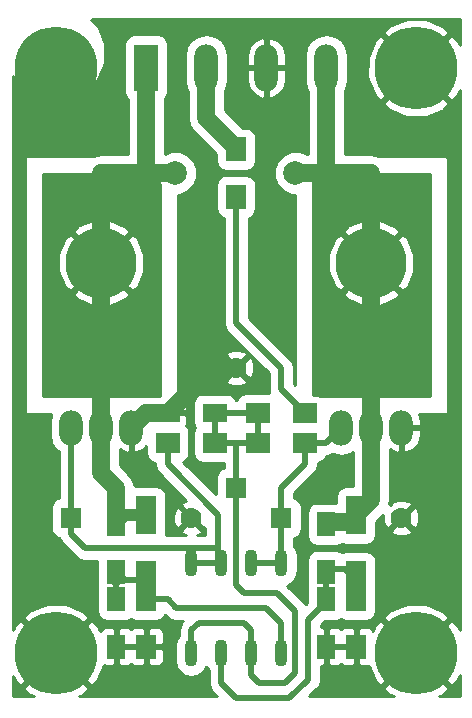
<source format=gbl>
G04 #@! TF.FileFunction,Copper,L2,Bot,Signal*
%FSLAX46Y46*%
G04 Gerber Fmt 4.6, Leading zero omitted, Abs format (unit mm)*
G04 Created by KiCad (PCBNEW 4.0.5+dfsg1-4) date Sun Apr 23 12:29:52 2017*
%MOMM*%
%LPD*%
G01*
G04 APERTURE LIST*
%ADD10C,0.100000*%
%ADD11O,1.100000X2.300000*%
%ADD12C,1.778000*%
%ADD13R,1.778000X1.778000*%
%ADD14R,2.000000X1.600000*%
%ADD15R,1.600000X2.000000*%
%ADD16R,1.700000X2.000000*%
%ADD17R,2.000000X1.700000*%
%ADD18R,1.699260X3.299460*%
%ADD19C,1.998980*%
%ADD20C,7.000000*%
%ADD21R,2.000000X4.000000*%
%ADD22O,2.000000X4.000000*%
%ADD23O,2.000000X3.000000*%
%ADD24C,6.000000*%
%ADD25C,1.500000*%
%ADD26C,0.500000*%
%ADD27C,1.000000*%
%ADD28C,0.254000*%
G04 APERTURE END LIST*
D10*
D11*
X173990000Y-133350000D03*
X176530000Y-133350000D03*
X176530000Y-125730000D03*
X173990000Y-125730000D03*
D12*
X173990000Y-121920000D03*
D13*
X163830000Y-121920000D03*
D12*
X191770000Y-121920000D03*
D13*
X181610000Y-121920000D03*
D11*
X179070000Y-133350000D03*
X181610000Y-133350000D03*
X181610000Y-125730000D03*
X179070000Y-125730000D03*
D14*
X175990000Y-113030000D03*
X171990000Y-113030000D03*
D15*
X167640000Y-126460000D03*
X167640000Y-122460000D03*
X167640000Y-128810000D03*
X167640000Y-132810000D03*
D16*
X170180000Y-128810000D03*
X170180000Y-132810000D03*
D17*
X175990000Y-115570000D03*
X171990000Y-115570000D03*
D18*
X170180000Y-121709180D03*
X170180000Y-127210820D03*
X187960000Y-121709180D03*
X187960000Y-127210820D03*
D15*
X185420000Y-128810000D03*
X185420000Y-132810000D03*
X185420000Y-126460000D03*
X185420000Y-122460000D03*
D16*
X187960000Y-128810000D03*
X187960000Y-132810000D03*
D17*
X183610000Y-113030000D03*
X179610000Y-113030000D03*
X179610000Y-115570000D03*
X183610000Y-115570000D03*
D12*
X177800000Y-109220000D03*
D13*
X177800000Y-119380000D03*
D19*
X182801260Y-92710000D03*
X172641260Y-92710000D03*
D16*
X177800000Y-90710000D03*
X177800000Y-94710000D03*
D20*
X162560000Y-133350000D03*
X193040000Y-133350000D03*
X193040000Y-83820000D03*
X162560000Y-83820000D03*
D21*
X170180000Y-83820000D03*
D22*
X175260000Y-83820000D03*
X180340000Y-83820000D03*
X185420000Y-83820000D03*
D23*
X163830000Y-114300000D03*
X166370000Y-114300000D03*
X168910000Y-114300000D03*
D24*
X166370000Y-100330000D03*
D23*
X186690000Y-114300000D03*
X189230000Y-114300000D03*
X191770000Y-114300000D03*
D24*
X189230000Y-100330000D03*
D25*
X171990000Y-113030000D02*
X175800000Y-109220000D01*
X175800000Y-109220000D02*
X177800000Y-109220000D01*
X168910000Y-114300000D02*
X170180000Y-113030000D01*
X170180000Y-113030000D02*
X171990000Y-113030000D01*
D26*
X172720000Y-129540000D02*
X171990000Y-128810000D01*
X171990000Y-128810000D02*
X170180000Y-128810000D01*
X180340000Y-129540000D02*
X172720000Y-129540000D01*
X181610000Y-133350000D02*
X181610000Y-130810000D01*
X181610000Y-130810000D02*
X180340000Y-129540000D01*
X170180000Y-127210820D02*
X168390820Y-127210820D01*
X170390820Y-127000000D02*
X170180000Y-127210820D01*
X167640000Y-126460000D02*
X167640000Y-128810000D01*
X170180000Y-127210820D02*
X170180000Y-128010920D01*
D27*
X167660500Y-127210800D02*
X167640000Y-127190300D01*
D26*
X168390820Y-127210820D02*
X167640000Y-126460000D01*
D25*
X172641260Y-92710000D02*
X170180000Y-92710000D01*
X170180000Y-92710000D02*
X166370000Y-92710000D01*
X170180000Y-83820000D02*
X170180000Y-92710000D01*
X166370000Y-118110000D02*
X167640000Y-119380000D01*
X167640000Y-119380000D02*
X167640000Y-122460000D01*
X166370000Y-114300000D02*
X166370000Y-118110000D01*
X166370000Y-100330000D02*
X166370000Y-92710000D01*
X166370000Y-114300000D02*
X166370000Y-104140000D01*
X166370000Y-104140000D02*
X166370000Y-100330000D01*
X166448740Y-104218740D02*
X166370000Y-104140000D01*
D27*
X169959500Y-121709200D02*
X170180000Y-121709200D01*
X170180000Y-121709180D02*
X168390820Y-121709180D01*
X168390820Y-121709180D02*
X167640000Y-122460000D01*
D26*
X176530000Y-133350000D02*
X176530000Y-135890000D01*
X176530000Y-135890000D02*
X177800000Y-137160000D01*
X177800000Y-137160000D02*
X182303431Y-137160000D01*
X182303431Y-137160000D02*
X183861716Y-135601716D01*
X183861716Y-135601716D02*
X183869999Y-135609999D01*
X183869999Y-135609999D02*
X183869999Y-130560001D01*
X183869999Y-130560001D02*
X185420000Y-129010000D01*
X185420000Y-129010000D02*
X185420000Y-128810000D01*
X185420000Y-126249200D02*
X185420000Y-128810000D01*
X186998380Y-126249200D02*
X187960000Y-127210820D01*
X187960000Y-126249200D02*
X187960000Y-127000000D01*
X187960000Y-127000000D02*
X187960000Y-128810000D01*
X185420000Y-126249200D02*
X186998380Y-126249200D01*
X187749180Y-127210820D02*
X187960000Y-127000000D01*
X185325000Y-128905000D02*
X185420000Y-128810000D01*
X185252000Y-126417200D02*
X185420000Y-126249200D01*
D25*
X182801260Y-92710000D02*
X185420000Y-92710000D01*
X185420000Y-92710000D02*
X189230000Y-92710000D01*
X185420000Y-83820000D02*
X185420000Y-92710000D01*
X189230000Y-114300000D02*
X189230000Y-120439180D01*
X189230000Y-120439180D02*
X187960000Y-121709180D01*
X189230000Y-100330000D02*
X189230000Y-114300000D01*
X189230000Y-92710000D02*
X189230000Y-100330000D01*
X187960000Y-121709180D02*
X187960000Y-120909080D01*
X187710028Y-122249200D02*
X187960000Y-122249200D01*
X185420000Y-122249200D02*
X187419980Y-122249200D01*
X187419980Y-122249200D02*
X187960000Y-121709180D01*
D26*
X177800000Y-119380000D02*
X177800000Y-127635000D01*
X178435000Y-128270000D02*
X181243098Y-128270000D01*
X179070000Y-135255000D02*
X179070000Y-133350000D01*
X177800000Y-127635000D02*
X178435000Y-128270000D01*
X181243098Y-128270000D02*
X182810010Y-129836912D01*
X179705000Y-135890000D02*
X179070000Y-135255000D01*
X182810010Y-129836912D02*
X182810010Y-135018808D01*
X182810010Y-135018808D02*
X181938818Y-135890000D01*
X181938818Y-135890000D02*
X179705000Y-135890000D01*
X177800000Y-115570000D02*
X177800000Y-119380000D01*
X175990000Y-113030000D02*
X175990000Y-115570000D01*
X177800000Y-115570000D02*
X179610000Y-115570000D01*
X179610000Y-113030000D02*
X179610000Y-115570000D01*
X175990000Y-113030000D02*
X179610000Y-113030000D01*
X179070000Y-131445000D02*
X179070000Y-133350000D01*
X178435000Y-130810000D02*
X179070000Y-131445000D01*
X173990000Y-131445000D02*
X174625000Y-130810000D01*
X174625000Y-130810000D02*
X178435000Y-130810000D01*
X173990000Y-133350000D02*
X173990000Y-131445000D01*
X175990000Y-115570000D02*
X177800000Y-115570000D01*
D25*
X175260000Y-84360000D02*
X175260000Y-88020000D01*
X175260000Y-88020000D02*
X177800000Y-90560000D01*
X177800000Y-90560000D02*
X177800000Y-90710000D01*
D26*
X176260999Y-124860999D02*
X176260999Y-124460000D01*
X176260999Y-124460000D02*
X176260999Y-121650999D01*
X163830000Y-121920000D02*
X163830000Y-123309000D01*
X163830000Y-123309000D02*
X164981000Y-124460000D01*
X164981000Y-124460000D02*
X176260999Y-124460000D01*
X163830000Y-121920000D02*
X163830000Y-114300000D01*
X176530000Y-125730000D02*
X176530000Y-125130000D01*
X176530000Y-125130000D02*
X176260999Y-124860999D01*
X176260999Y-121650999D02*
X171990000Y-117380000D01*
X171990000Y-117380000D02*
X171990000Y-115570000D01*
X163830000Y-114800000D02*
X163830000Y-114300000D01*
X173990000Y-125730000D02*
X176530000Y-125730000D01*
X183610000Y-117380000D02*
X181610000Y-119380000D01*
X181610000Y-119380000D02*
X181610000Y-121920000D01*
X183610000Y-115570000D02*
X183610000Y-117380000D01*
X181610000Y-121920000D02*
X181610000Y-125730000D01*
X183610000Y-115570000D02*
X185420000Y-115570000D01*
X185420000Y-115570000D02*
X186690000Y-114300000D01*
X179070000Y-125730000D02*
X181610000Y-125730000D01*
X177800000Y-94710000D02*
X177800000Y-105410000D01*
X181610000Y-111030000D02*
X183610000Y-113030000D01*
X181610000Y-109220000D02*
X181610000Y-111030000D01*
X177800000Y-105410000D02*
X181610000Y-109220000D01*
D28*
G36*
X171019919Y-93095377D02*
X171222295Y-93583958D01*
X171323000Y-93621174D01*
X171323000Y-111582560D01*
X170990000Y-111582560D01*
X170754683Y-111626838D01*
X170745107Y-111633000D01*
X161417000Y-111633000D01*
X161417000Y-102926630D01*
X163952975Y-102926630D01*
X164295566Y-103401277D01*
X165628800Y-103961342D01*
X167074875Y-103968568D01*
X168413639Y-103421854D01*
X168444434Y-103401277D01*
X168787025Y-102926630D01*
X166370000Y-100509605D01*
X163952975Y-102926630D01*
X161417000Y-102926630D01*
X161417000Y-101034875D01*
X162731432Y-101034875D01*
X163278146Y-102373639D01*
X163298723Y-102404434D01*
X163773370Y-102747025D01*
X166190395Y-100330000D01*
X166549605Y-100330000D01*
X168966630Y-102747025D01*
X169441277Y-102404434D01*
X170001342Y-101071200D01*
X170008568Y-99625125D01*
X169461854Y-98286361D01*
X169441277Y-98255566D01*
X168966630Y-97912975D01*
X166549605Y-100330000D01*
X166190395Y-100330000D01*
X163773370Y-97912975D01*
X163298723Y-98255566D01*
X162738658Y-99588800D01*
X162731432Y-101034875D01*
X161417000Y-101034875D01*
X161417000Y-97733370D01*
X163952975Y-97733370D01*
X166370000Y-100150395D01*
X168787025Y-97733370D01*
X168444434Y-97258723D01*
X167111200Y-96698658D01*
X165665125Y-96691432D01*
X164326361Y-97238146D01*
X164295566Y-97258723D01*
X163952975Y-97733370D01*
X161417000Y-97733370D01*
X161417000Y-92837000D01*
X171010352Y-92837000D01*
X171019919Y-93095377D01*
X171019919Y-93095377D01*
G37*
X171019919Y-93095377D02*
X171222295Y-93583958D01*
X171323000Y-93621174D01*
X171323000Y-111582560D01*
X170990000Y-111582560D01*
X170754683Y-111626838D01*
X170745107Y-111633000D01*
X161417000Y-111633000D01*
X161417000Y-102926630D01*
X163952975Y-102926630D01*
X164295566Y-103401277D01*
X165628800Y-103961342D01*
X167074875Y-103968568D01*
X168413639Y-103421854D01*
X168444434Y-103401277D01*
X168787025Y-102926630D01*
X166370000Y-100509605D01*
X163952975Y-102926630D01*
X161417000Y-102926630D01*
X161417000Y-101034875D01*
X162731432Y-101034875D01*
X163278146Y-102373639D01*
X163298723Y-102404434D01*
X163773370Y-102747025D01*
X166190395Y-100330000D01*
X166549605Y-100330000D01*
X168966630Y-102747025D01*
X169441277Y-102404434D01*
X170001342Y-101071200D01*
X170008568Y-99625125D01*
X169461854Y-98286361D01*
X169441277Y-98255566D01*
X168966630Y-97912975D01*
X166549605Y-100330000D01*
X166190395Y-100330000D01*
X163773370Y-97912975D01*
X163298723Y-98255566D01*
X162738658Y-99588800D01*
X162731432Y-101034875D01*
X161417000Y-101034875D01*
X161417000Y-97733370D01*
X163952975Y-97733370D01*
X166370000Y-100150395D01*
X168787025Y-97733370D01*
X168444434Y-97258723D01*
X167111200Y-96698658D01*
X165665125Y-96691432D01*
X164326361Y-97238146D01*
X164295566Y-97258723D01*
X163952975Y-97733370D01*
X161417000Y-97733370D01*
X161417000Y-92837000D01*
X171010352Y-92837000D01*
X171019919Y-93095377D01*
G36*
X194183000Y-111633000D02*
X184934235Y-111633000D01*
X184861890Y-111583569D01*
X184610000Y-111532560D01*
X184277000Y-111532560D01*
X184277000Y-102926630D01*
X186812975Y-102926630D01*
X187155566Y-103401277D01*
X188488800Y-103961342D01*
X189934875Y-103968568D01*
X191273639Y-103421854D01*
X191304434Y-103401277D01*
X191647025Y-102926630D01*
X189230000Y-100509605D01*
X186812975Y-102926630D01*
X184277000Y-102926630D01*
X184277000Y-101034875D01*
X185591432Y-101034875D01*
X186138146Y-102373639D01*
X186158723Y-102404434D01*
X186633370Y-102747025D01*
X189050395Y-100330000D01*
X189409605Y-100330000D01*
X191826630Y-102747025D01*
X192301277Y-102404434D01*
X192861342Y-101071200D01*
X192868568Y-99625125D01*
X192321854Y-98286361D01*
X192301277Y-98255566D01*
X191826630Y-97912975D01*
X189409605Y-100330000D01*
X189050395Y-100330000D01*
X186633370Y-97912975D01*
X186158723Y-98255566D01*
X185598658Y-99588800D01*
X185591432Y-101034875D01*
X184277000Y-101034875D01*
X184277000Y-97733370D01*
X186812975Y-97733370D01*
X189230000Y-100150395D01*
X191647025Y-97733370D01*
X191304434Y-97258723D01*
X189971200Y-96698658D01*
X188525125Y-96691432D01*
X187186361Y-97238146D01*
X187155566Y-97258723D01*
X186812975Y-97733370D01*
X184277000Y-97733370D01*
X184277000Y-93431126D01*
X184446661Y-92974418D01*
X184441573Y-92837000D01*
X194183000Y-92837000D01*
X194183000Y-111633000D01*
X194183000Y-111633000D01*
G37*
X194183000Y-111633000D02*
X184934235Y-111633000D01*
X184861890Y-111583569D01*
X184610000Y-111532560D01*
X184277000Y-111532560D01*
X184277000Y-102926630D01*
X186812975Y-102926630D01*
X187155566Y-103401277D01*
X188488800Y-103961342D01*
X189934875Y-103968568D01*
X191273639Y-103421854D01*
X191304434Y-103401277D01*
X191647025Y-102926630D01*
X189230000Y-100509605D01*
X186812975Y-102926630D01*
X184277000Y-102926630D01*
X184277000Y-101034875D01*
X185591432Y-101034875D01*
X186138146Y-102373639D01*
X186158723Y-102404434D01*
X186633370Y-102747025D01*
X189050395Y-100330000D01*
X189409605Y-100330000D01*
X191826630Y-102747025D01*
X192301277Y-102404434D01*
X192861342Y-101071200D01*
X192868568Y-99625125D01*
X192321854Y-98286361D01*
X192301277Y-98255566D01*
X191826630Y-97912975D01*
X189409605Y-100330000D01*
X189050395Y-100330000D01*
X186633370Y-97912975D01*
X186158723Y-98255566D01*
X185598658Y-99588800D01*
X185591432Y-101034875D01*
X184277000Y-101034875D01*
X184277000Y-97733370D01*
X186812975Y-97733370D01*
X189230000Y-100150395D01*
X191647025Y-97733370D01*
X191304434Y-97258723D01*
X189971200Y-96698658D01*
X188525125Y-96691432D01*
X187186361Y-97238146D01*
X187155566Y-97258723D01*
X186812975Y-97733370D01*
X184277000Y-97733370D01*
X184277000Y-93431126D01*
X184446661Y-92974418D01*
X184441573Y-92837000D01*
X194183000Y-92837000D01*
X194183000Y-111633000D01*
G36*
X172811035Y-113118553D02*
X172838315Y-113076159D01*
X172847000Y-113030000D01*
X172847000Y-112903000D01*
X173466250Y-112903000D01*
X173625000Y-112744250D01*
X173625000Y-112103690D01*
X173528327Y-111870301D01*
X173349698Y-111691673D01*
X173116309Y-111595000D01*
X172847000Y-111595000D01*
X172847000Y-110292196D01*
X176907409Y-110292196D01*
X176992467Y-110547539D01*
X177561965Y-110755516D01*
X178167700Y-110729723D01*
X178607533Y-110547539D01*
X178692591Y-110292196D01*
X177800000Y-109399605D01*
X176907409Y-110292196D01*
X172847000Y-110292196D01*
X172847000Y-108981965D01*
X176264484Y-108981965D01*
X176290277Y-109587700D01*
X176472461Y-110027533D01*
X176727804Y-110112591D01*
X177620395Y-109220000D01*
X177979605Y-109220000D01*
X178872196Y-110112591D01*
X179127539Y-110027533D01*
X179335516Y-109458035D01*
X179309723Y-108852300D01*
X179127539Y-108412467D01*
X178872196Y-108327409D01*
X177979605Y-109220000D01*
X177620395Y-109220000D01*
X176727804Y-108327409D01*
X176472461Y-108412467D01*
X176264484Y-108981965D01*
X172847000Y-108981965D01*
X172847000Y-108147804D01*
X176907409Y-108147804D01*
X177800000Y-109040395D01*
X178692591Y-108147804D01*
X178607533Y-107892461D01*
X178038035Y-107684484D01*
X177432300Y-107710277D01*
X176992467Y-107892461D01*
X176907409Y-108147804D01*
X172847000Y-108147804D01*
X172847000Y-94536670D01*
X173002977Y-94536806D01*
X173674532Y-94259326D01*
X174188780Y-93745974D01*
X174467432Y-93074905D01*
X174468066Y-92348283D01*
X174190586Y-91676728D01*
X173677234Y-91162480D01*
X173006165Y-90883828D01*
X172279543Y-90883194D01*
X171757000Y-91099104D01*
X171757000Y-86431452D01*
X171767939Y-86424413D01*
X171956769Y-86148052D01*
X172023201Y-85820000D01*
X172023201Y-82764616D01*
X173433000Y-82764616D01*
X173433000Y-84875384D01*
X173572072Y-85574547D01*
X173683000Y-85740562D01*
X173683000Y-88020000D01*
X173803042Y-88623492D01*
X174144893Y-89135107D01*
X176106799Y-91097014D01*
X176106799Y-91710000D01*
X176164465Y-92016468D01*
X176345587Y-92297939D01*
X176621948Y-92486769D01*
X176950000Y-92553201D01*
X178650000Y-92553201D01*
X178956468Y-92495535D01*
X179237939Y-92314413D01*
X179426769Y-92038052D01*
X179493201Y-91710000D01*
X179493201Y-89710000D01*
X179435535Y-89403532D01*
X179254413Y-89122061D01*
X178978052Y-88933231D01*
X178650000Y-88866799D01*
X178337014Y-88866799D01*
X176837000Y-87366786D01*
X176837000Y-85740562D01*
X176947928Y-85574547D01*
X177087000Y-84875384D01*
X177087000Y-83947000D01*
X178705000Y-83947000D01*
X178705000Y-84947000D01*
X178878058Y-85563020D01*
X179273683Y-86065922D01*
X179831645Y-86379144D01*
X179959566Y-86410124D01*
X180213000Y-86290777D01*
X180213000Y-83947000D01*
X180467000Y-83947000D01*
X180467000Y-86290777D01*
X180720434Y-86410124D01*
X180848355Y-86379144D01*
X181406317Y-86065922D01*
X181801942Y-85563020D01*
X181975000Y-84947000D01*
X181975000Y-83947000D01*
X180467000Y-83947000D01*
X180213000Y-83947000D01*
X178705000Y-83947000D01*
X177087000Y-83947000D01*
X177087000Y-82764616D01*
X177072755Y-82693000D01*
X178705000Y-82693000D01*
X178705000Y-83693000D01*
X180213000Y-83693000D01*
X180213000Y-81349223D01*
X180467000Y-81349223D01*
X180467000Y-83693000D01*
X181975000Y-83693000D01*
X181975000Y-82693000D01*
X181801942Y-82076980D01*
X181406317Y-81574078D01*
X180848355Y-81260856D01*
X180720434Y-81229876D01*
X180467000Y-81349223D01*
X180213000Y-81349223D01*
X179959566Y-81229876D01*
X179831645Y-81260856D01*
X179273683Y-81574078D01*
X178878058Y-82076980D01*
X178705000Y-82693000D01*
X177072755Y-82693000D01*
X176947928Y-82065453D01*
X176551884Y-81472732D01*
X175959163Y-81076688D01*
X175260000Y-80937616D01*
X174560837Y-81076688D01*
X173968116Y-81472732D01*
X173572072Y-82065453D01*
X173433000Y-82764616D01*
X172023201Y-82764616D01*
X172023201Y-81820000D01*
X171965535Y-81513532D01*
X171784413Y-81232061D01*
X171508052Y-81043231D01*
X171180000Y-80976799D01*
X169180000Y-80976799D01*
X168873532Y-81034465D01*
X168592061Y-81215587D01*
X168403231Y-81491948D01*
X168336799Y-81820000D01*
X168336799Y-85820000D01*
X168394465Y-86126468D01*
X168575587Y-86407939D01*
X168603000Y-86426670D01*
X168603000Y-91133000D01*
X166370000Y-91133000D01*
X165766508Y-91253042D01*
X165676775Y-91313000D01*
X160020000Y-91313000D01*
X159970590Y-91323006D01*
X159928965Y-91351447D01*
X159901685Y-91393841D01*
X159893000Y-91440000D01*
X159893000Y-113030000D01*
X159903006Y-113079410D01*
X159931447Y-113121035D01*
X159973841Y-113148315D01*
X160020000Y-113157000D01*
X162121832Y-113157000D01*
X162003000Y-113754411D01*
X162003000Y-114845589D01*
X162142072Y-115544752D01*
X162538116Y-116137473D01*
X162753000Y-116281054D01*
X162753000Y-120223174D01*
X162634532Y-120245465D01*
X162353061Y-120426587D01*
X162164231Y-120702948D01*
X162097799Y-121031000D01*
X162097799Y-122809000D01*
X162155465Y-123115468D01*
X162336587Y-123396939D01*
X162612948Y-123585769D01*
X162816242Y-123626937D01*
X162834982Y-123721150D01*
X163068446Y-124070554D01*
X164219446Y-125221554D01*
X164568850Y-125455018D01*
X164981000Y-125537000D01*
X165996799Y-125537000D01*
X165996799Y-127460000D01*
X166030936Y-127641424D01*
X165996799Y-127810000D01*
X165996799Y-129810000D01*
X166054465Y-130116468D01*
X166235587Y-130397939D01*
X166511948Y-130586769D01*
X166840000Y-130653201D01*
X168440000Y-130653201D01*
X168746468Y-130595535D01*
X168884646Y-130506620D01*
X169001948Y-130586769D01*
X169330000Y-130653201D01*
X171030000Y-130653201D01*
X171336468Y-130595535D01*
X171617939Y-130414413D01*
X171801969Y-130145077D01*
X171958446Y-130301554D01*
X172307850Y-130535018D01*
X172720000Y-130617000D01*
X173294892Y-130617000D01*
X173228446Y-130683446D01*
X172994982Y-131032850D01*
X172913000Y-131445000D01*
X172913000Y-131892202D01*
X172717818Y-132184313D01*
X172613000Y-132711268D01*
X172613000Y-133988732D01*
X172717818Y-134515687D01*
X173016314Y-134962418D01*
X173463045Y-135260914D01*
X173990000Y-135365732D01*
X174516955Y-135260914D01*
X174963686Y-134962418D01*
X175260000Y-134518953D01*
X175453000Y-134807798D01*
X175453000Y-135890000D01*
X175534982Y-136302150D01*
X175768446Y-136651554D01*
X176149892Y-137033000D01*
X164482949Y-137033000D01*
X164870145Y-136876750D01*
X164934238Y-136833924D01*
X165337707Y-136307312D01*
X162560000Y-133529605D01*
X159782293Y-136307312D01*
X160185762Y-136833924D01*
X160654215Y-137033000D01*
X158877000Y-137033000D01*
X158877000Y-135272949D01*
X159033250Y-135660145D01*
X159076076Y-135724238D01*
X159602688Y-136127707D01*
X162380395Y-133350000D01*
X162739605Y-133350000D01*
X165517312Y-136127707D01*
X166043924Y-135724238D01*
X166606435Y-134400573D01*
X166713690Y-134445000D01*
X167354250Y-134445000D01*
X167513000Y-134286250D01*
X167513000Y-132937000D01*
X167767000Y-132937000D01*
X167767000Y-134286250D01*
X167925750Y-134445000D01*
X168566310Y-134445000D01*
X168799699Y-134348327D01*
X168885000Y-134263026D01*
X168970301Y-134348327D01*
X169203690Y-134445000D01*
X169894250Y-134445000D01*
X170053000Y-134286250D01*
X170053000Y-132937000D01*
X170307000Y-132937000D01*
X170307000Y-134286250D01*
X170465750Y-134445000D01*
X171156310Y-134445000D01*
X171389699Y-134348327D01*
X171568327Y-134169698D01*
X171665000Y-133936309D01*
X171665000Y-133095750D01*
X171506250Y-132937000D01*
X170307000Y-132937000D01*
X170053000Y-132937000D01*
X167767000Y-132937000D01*
X167513000Y-132937000D01*
X167493000Y-132937000D01*
X167493000Y-132683000D01*
X167513000Y-132683000D01*
X167513000Y-131333750D01*
X167767000Y-131333750D01*
X167767000Y-132683000D01*
X170053000Y-132683000D01*
X170053000Y-131333750D01*
X170307000Y-131333750D01*
X170307000Y-132683000D01*
X171506250Y-132683000D01*
X171665000Y-132524250D01*
X171665000Y-131683691D01*
X171568327Y-131450302D01*
X171389699Y-131271673D01*
X171156310Y-131175000D01*
X170465750Y-131175000D01*
X170307000Y-131333750D01*
X170053000Y-131333750D01*
X169894250Y-131175000D01*
X169203690Y-131175000D01*
X168970301Y-131271673D01*
X168885000Y-131356974D01*
X168799699Y-131271673D01*
X168566310Y-131175000D01*
X167925750Y-131175000D01*
X167767000Y-131333750D01*
X167513000Y-131333750D01*
X167354250Y-131175000D01*
X166713690Y-131175000D01*
X166480301Y-131271673D01*
X166301673Y-131450302D01*
X166276706Y-131510577D01*
X166086750Y-131039855D01*
X166043924Y-130975762D01*
X165517312Y-130572293D01*
X162739605Y-133350000D01*
X162380395Y-133350000D01*
X159602688Y-130572293D01*
X159076076Y-130975762D01*
X158877000Y-131444215D01*
X158877000Y-130392688D01*
X159782293Y-130392688D01*
X162560000Y-133170395D01*
X165337707Y-130392688D01*
X164934238Y-129866076D01*
X163420270Y-129222693D01*
X161775334Y-129207654D01*
X160249855Y-129823250D01*
X160185762Y-129866076D01*
X159782293Y-130392688D01*
X158877000Y-130392688D01*
X158877000Y-85507312D01*
X159782293Y-85507312D01*
X160185762Y-86033924D01*
X161699730Y-86677307D01*
X163344666Y-86692346D01*
X164870145Y-86076750D01*
X164934238Y-86033924D01*
X165337707Y-85507312D01*
X162560000Y-82729605D01*
X159782293Y-85507312D01*
X158877000Y-85507312D01*
X158877000Y-84472949D01*
X159033250Y-84860145D01*
X159076076Y-84924238D01*
X159602688Y-85327707D01*
X162380395Y-82550000D01*
X162366253Y-82535858D01*
X162545858Y-82356253D01*
X162560000Y-82370395D01*
X162574143Y-82356253D01*
X162753748Y-82535858D01*
X162739605Y-82550000D01*
X165517312Y-85327707D01*
X166043924Y-84924238D01*
X166687307Y-83410270D01*
X166702346Y-81765334D01*
X166338090Y-80862688D01*
X190262293Y-80862688D01*
X193040000Y-83640395D01*
X195817707Y-80862688D01*
X195414238Y-80336076D01*
X193900270Y-79692693D01*
X192255334Y-79677654D01*
X190729855Y-80293250D01*
X190665762Y-80336076D01*
X190262293Y-80862688D01*
X166338090Y-80862688D01*
X166086750Y-80239855D01*
X166043924Y-80175762D01*
X165517314Y-79772294D01*
X165629213Y-79660395D01*
X165610818Y-79642000D01*
X196723000Y-79642000D01*
X196723000Y-81897051D01*
X196566750Y-81509855D01*
X196523924Y-81445762D01*
X195997312Y-81042293D01*
X193219605Y-83820000D01*
X195997312Y-86597707D01*
X196523924Y-86194238D01*
X196723000Y-85725785D01*
X196723000Y-131427051D01*
X196566750Y-131039855D01*
X196523924Y-130975762D01*
X195997312Y-130572293D01*
X193219605Y-133350000D01*
X195997312Y-136127707D01*
X196523924Y-135724238D01*
X196723000Y-135255785D01*
X196723000Y-137033000D01*
X194962949Y-137033000D01*
X195350145Y-136876750D01*
X195414238Y-136833924D01*
X195817707Y-136307312D01*
X193040000Y-133529605D01*
X190262293Y-136307312D01*
X190665762Y-136833924D01*
X191134215Y-137033000D01*
X183953539Y-137033000D01*
X184581629Y-136404911D01*
X184631553Y-136371553D01*
X184865017Y-136022149D01*
X184946999Y-135609999D01*
X184946999Y-134445000D01*
X185134250Y-134445000D01*
X185293000Y-134286250D01*
X185293000Y-132937000D01*
X185547000Y-132937000D01*
X185547000Y-134286250D01*
X185705750Y-134445000D01*
X186346310Y-134445000D01*
X186579699Y-134348327D01*
X186665000Y-134263026D01*
X186750301Y-134348327D01*
X186983690Y-134445000D01*
X187674250Y-134445000D01*
X187833000Y-134286250D01*
X187833000Y-132937000D01*
X185547000Y-132937000D01*
X185293000Y-132937000D01*
X185273000Y-132937000D01*
X185273000Y-132683000D01*
X185293000Y-132683000D01*
X185293000Y-131333750D01*
X185547000Y-131333750D01*
X185547000Y-132683000D01*
X187833000Y-132683000D01*
X187833000Y-131333750D01*
X188087000Y-131333750D01*
X188087000Y-132683000D01*
X188107000Y-132683000D01*
X188107000Y-132937000D01*
X188087000Y-132937000D01*
X188087000Y-134286250D01*
X188245750Y-134445000D01*
X188936310Y-134445000D01*
X189010488Y-134414274D01*
X189513250Y-135660145D01*
X189556076Y-135724238D01*
X190082688Y-136127707D01*
X192860395Y-133350000D01*
X190082688Y-130572293D01*
X189556076Y-130975762D01*
X189351331Y-131457555D01*
X189348327Y-131450302D01*
X189169699Y-131271673D01*
X188936310Y-131175000D01*
X188245750Y-131175000D01*
X188087000Y-131333750D01*
X187833000Y-131333750D01*
X187674250Y-131175000D01*
X186983690Y-131175000D01*
X186750301Y-131271673D01*
X186665000Y-131356974D01*
X186579699Y-131271673D01*
X186346310Y-131175000D01*
X185705750Y-131175000D01*
X185547000Y-131333750D01*
X185293000Y-131333750D01*
X185134250Y-131175000D01*
X184946999Y-131175000D01*
X184946999Y-131006109D01*
X185299907Y-130653201D01*
X186220000Y-130653201D01*
X186526468Y-130595535D01*
X186664646Y-130506620D01*
X186781948Y-130586769D01*
X187110000Y-130653201D01*
X188810000Y-130653201D01*
X189116468Y-130595535D01*
X189397939Y-130414413D01*
X189412783Y-130392688D01*
X190262293Y-130392688D01*
X193040000Y-133170395D01*
X195817707Y-130392688D01*
X195414238Y-129866076D01*
X193900270Y-129222693D01*
X192255334Y-129207654D01*
X190729855Y-129823250D01*
X190665762Y-129866076D01*
X190262293Y-130392688D01*
X189412783Y-130392688D01*
X189586769Y-130138052D01*
X189653201Y-129810000D01*
X189653201Y-127810000D01*
X189652831Y-127808034D01*
X189652831Y-125561090D01*
X189595165Y-125254622D01*
X189414043Y-124973151D01*
X189137682Y-124784321D01*
X188809630Y-124717889D01*
X187110370Y-124717889D01*
X186803902Y-124775555D01*
X186741727Y-124815564D01*
X186548052Y-124683231D01*
X186220000Y-124616799D01*
X184620000Y-124616799D01*
X184313532Y-124674465D01*
X184032061Y-124855587D01*
X183843231Y-125131948D01*
X183776799Y-125460000D01*
X183776799Y-127460000D01*
X183810936Y-127641424D01*
X183776799Y-127810000D01*
X183776799Y-129130093D01*
X183675693Y-129231199D01*
X183571564Y-129075358D01*
X182137054Y-127640848D01*
X182583686Y-127342418D01*
X182882182Y-126895687D01*
X182987000Y-126368732D01*
X182987000Y-125091268D01*
X182882182Y-124564313D01*
X182687000Y-124272202D01*
X182687000Y-123616826D01*
X182805468Y-123594535D01*
X183086939Y-123413413D01*
X183275769Y-123137052D01*
X183342201Y-122809000D01*
X183342201Y-121031000D01*
X183284535Y-120724532D01*
X183103413Y-120443061D01*
X182827052Y-120254231D01*
X182687000Y-120225870D01*
X182687000Y-119826108D01*
X184371554Y-118141554D01*
X184605018Y-117792150D01*
X184687000Y-117380000D01*
X184687000Y-117248712D01*
X184916468Y-117205535D01*
X185197939Y-117024413D01*
X185386769Y-116748052D01*
X185407232Y-116647000D01*
X185420000Y-116647000D01*
X185832150Y-116565018D01*
X185935066Y-116496252D01*
X185990837Y-116533517D01*
X186690000Y-116672589D01*
X187389163Y-116533517D01*
X187653000Y-116357227D01*
X187653000Y-119216249D01*
X187110370Y-119216249D01*
X186803902Y-119273915D01*
X186522431Y-119455037D01*
X186333601Y-119731398D01*
X186267169Y-120059450D01*
X186267169Y-120626351D01*
X186220000Y-120616799D01*
X184620000Y-120616799D01*
X184313532Y-120674465D01*
X184032061Y-120855587D01*
X183843231Y-121131948D01*
X183776799Y-121460000D01*
X183776799Y-123460000D01*
X183834465Y-123766468D01*
X184015587Y-124047939D01*
X184291948Y-124236769D01*
X184620000Y-124303201D01*
X186220000Y-124303201D01*
X186526468Y-124245535D01*
X186741030Y-124107468D01*
X186782318Y-124135679D01*
X187110370Y-124202111D01*
X188809630Y-124202111D01*
X189116098Y-124144445D01*
X189397569Y-123963323D01*
X189586399Y-123686962D01*
X189652831Y-123358910D01*
X189652831Y-122992196D01*
X190877409Y-122992196D01*
X190962467Y-123247539D01*
X191531965Y-123455516D01*
X192137700Y-123429723D01*
X192577533Y-123247539D01*
X192662591Y-122992196D01*
X191770000Y-122099605D01*
X190877409Y-122992196D01*
X189652831Y-122992196D01*
X189652831Y-122246563D01*
X190244295Y-121655100D01*
X190234484Y-121681965D01*
X190260277Y-122287700D01*
X190442461Y-122727533D01*
X190697804Y-122812591D01*
X191590395Y-121920000D01*
X191949605Y-121920000D01*
X192842196Y-122812591D01*
X193097539Y-122727533D01*
X193305516Y-122158035D01*
X193279723Y-121552300D01*
X193097539Y-121112467D01*
X192842196Y-121027409D01*
X191949605Y-121920000D01*
X191590395Y-121920000D01*
X191576253Y-121905858D01*
X191755858Y-121726253D01*
X191770000Y-121740395D01*
X192662591Y-120847804D01*
X192577533Y-120592461D01*
X192008035Y-120384484D01*
X191402300Y-120410277D01*
X190962467Y-120592461D01*
X190877410Y-120847802D01*
X190762820Y-120733212D01*
X190744961Y-120751071D01*
X190807000Y-120439180D01*
X190807000Y-116103921D01*
X191261645Y-116359144D01*
X191389566Y-116390124D01*
X191643000Y-116270777D01*
X191643000Y-114427000D01*
X191897000Y-114427000D01*
X191897000Y-116270777D01*
X192150434Y-116390124D01*
X192278355Y-116359144D01*
X192836317Y-116045922D01*
X193231942Y-115543020D01*
X193405000Y-114927000D01*
X193405000Y-114427000D01*
X191897000Y-114427000D01*
X191643000Y-114427000D01*
X191623000Y-114427000D01*
X191623000Y-114173000D01*
X191643000Y-114173000D01*
X191643000Y-114153000D01*
X191897000Y-114153000D01*
X191897000Y-114173000D01*
X193405000Y-114173000D01*
X193405000Y-113673000D01*
X193260041Y-113157000D01*
X195580000Y-113157000D01*
X195629410Y-113146994D01*
X195671035Y-113118553D01*
X195698315Y-113076159D01*
X195707000Y-113030000D01*
X195707000Y-91440000D01*
X195696994Y-91390590D01*
X195668553Y-91348965D01*
X195626159Y-91321685D01*
X195580000Y-91313000D01*
X189923225Y-91313000D01*
X189833492Y-91253042D01*
X189230000Y-91133000D01*
X186997000Y-91133000D01*
X186997000Y-86777312D01*
X190262293Y-86777312D01*
X190665762Y-87303924D01*
X192179730Y-87947307D01*
X193824666Y-87962346D01*
X195350145Y-87346750D01*
X195414238Y-87303924D01*
X195817707Y-86777312D01*
X193040000Y-83999605D01*
X190262293Y-86777312D01*
X186997000Y-86777312D01*
X186997000Y-85740562D01*
X187107928Y-85574547D01*
X187247000Y-84875384D01*
X187247000Y-84604666D01*
X188897654Y-84604666D01*
X189513250Y-86130145D01*
X189556076Y-86194238D01*
X190082688Y-86597707D01*
X192860395Y-83820000D01*
X190082688Y-81042293D01*
X189556076Y-81445762D01*
X188912693Y-82959730D01*
X188897654Y-84604666D01*
X187247000Y-84604666D01*
X187247000Y-82764616D01*
X187107928Y-82065453D01*
X186711884Y-81472732D01*
X186119163Y-81076688D01*
X185420000Y-80937616D01*
X184720837Y-81076688D01*
X184128116Y-81472732D01*
X183732072Y-82065453D01*
X183593000Y-82764616D01*
X183593000Y-84875384D01*
X183732072Y-85574547D01*
X183843000Y-85740562D01*
X183843000Y-91133000D01*
X183766238Y-91133000D01*
X183166165Y-90883828D01*
X182439543Y-90883194D01*
X181767988Y-91160674D01*
X181253740Y-91674026D01*
X180975088Y-92345095D01*
X180974454Y-93071717D01*
X181251934Y-93743272D01*
X181765286Y-94257520D01*
X182436355Y-94536172D01*
X182753000Y-94536448D01*
X182753000Y-110649892D01*
X182687000Y-110583892D01*
X182687000Y-109220000D01*
X182605018Y-108807850D01*
X182371554Y-108458446D01*
X178877000Y-104963892D01*
X178877000Y-96510488D01*
X178956468Y-96495535D01*
X179237939Y-96314413D01*
X179426769Y-96038052D01*
X179493201Y-95710000D01*
X179493201Y-93710000D01*
X179435535Y-93403532D01*
X179254413Y-93122061D01*
X178978052Y-92933231D01*
X178650000Y-92866799D01*
X176950000Y-92866799D01*
X176643532Y-92924465D01*
X176362061Y-93105587D01*
X176173231Y-93381948D01*
X176106799Y-93710000D01*
X176106799Y-95710000D01*
X176164465Y-96016468D01*
X176345587Y-96297939D01*
X176621948Y-96486769D01*
X176723000Y-96507232D01*
X176723000Y-105410000D01*
X176804982Y-105822150D01*
X177038446Y-106171554D01*
X180533000Y-109666108D01*
X180533000Y-111030000D01*
X180594026Y-111336799D01*
X178610000Y-111336799D01*
X178303532Y-111394465D01*
X178022061Y-111575587D01*
X177833231Y-111851948D01*
X177812768Y-111953000D01*
X177781080Y-111953000D01*
X177775535Y-111923532D01*
X177594413Y-111642061D01*
X177318052Y-111453231D01*
X176990000Y-111386799D01*
X174990000Y-111386799D01*
X174683532Y-111444465D01*
X174402061Y-111625587D01*
X174213231Y-111901948D01*
X174146799Y-112230000D01*
X174146799Y-113830000D01*
X174204465Y-114136468D01*
X174293380Y-114274646D01*
X174213231Y-114391948D01*
X174146799Y-114720000D01*
X174146799Y-116420000D01*
X174204465Y-116726468D01*
X174385587Y-117007939D01*
X174661948Y-117196769D01*
X174990000Y-117263201D01*
X176723000Y-117263201D01*
X176723000Y-117683174D01*
X176604532Y-117705465D01*
X176323061Y-117886587D01*
X176134231Y-118162948D01*
X176067799Y-118491000D01*
X176067799Y-119934691D01*
X173322130Y-117189022D01*
X173577939Y-117024413D01*
X173766769Y-116748052D01*
X173833201Y-116420000D01*
X173833201Y-114720000D01*
X173775535Y-114413532D01*
X173594413Y-114132061D01*
X173561513Y-114109581D01*
X173625000Y-113956310D01*
X173625000Y-113315750D01*
X173466250Y-113157000D01*
X172720000Y-113157000D01*
X172769410Y-113146994D01*
X172811035Y-113118553D01*
X172811035Y-113118553D01*
G37*
X172811035Y-113118553D02*
X172838315Y-113076159D01*
X172847000Y-113030000D01*
X172847000Y-112903000D01*
X173466250Y-112903000D01*
X173625000Y-112744250D01*
X173625000Y-112103690D01*
X173528327Y-111870301D01*
X173349698Y-111691673D01*
X173116309Y-111595000D01*
X172847000Y-111595000D01*
X172847000Y-110292196D01*
X176907409Y-110292196D01*
X176992467Y-110547539D01*
X177561965Y-110755516D01*
X178167700Y-110729723D01*
X178607533Y-110547539D01*
X178692591Y-110292196D01*
X177800000Y-109399605D01*
X176907409Y-110292196D01*
X172847000Y-110292196D01*
X172847000Y-108981965D01*
X176264484Y-108981965D01*
X176290277Y-109587700D01*
X176472461Y-110027533D01*
X176727804Y-110112591D01*
X177620395Y-109220000D01*
X177979605Y-109220000D01*
X178872196Y-110112591D01*
X179127539Y-110027533D01*
X179335516Y-109458035D01*
X179309723Y-108852300D01*
X179127539Y-108412467D01*
X178872196Y-108327409D01*
X177979605Y-109220000D01*
X177620395Y-109220000D01*
X176727804Y-108327409D01*
X176472461Y-108412467D01*
X176264484Y-108981965D01*
X172847000Y-108981965D01*
X172847000Y-108147804D01*
X176907409Y-108147804D01*
X177800000Y-109040395D01*
X178692591Y-108147804D01*
X178607533Y-107892461D01*
X178038035Y-107684484D01*
X177432300Y-107710277D01*
X176992467Y-107892461D01*
X176907409Y-108147804D01*
X172847000Y-108147804D01*
X172847000Y-94536670D01*
X173002977Y-94536806D01*
X173674532Y-94259326D01*
X174188780Y-93745974D01*
X174467432Y-93074905D01*
X174468066Y-92348283D01*
X174190586Y-91676728D01*
X173677234Y-91162480D01*
X173006165Y-90883828D01*
X172279543Y-90883194D01*
X171757000Y-91099104D01*
X171757000Y-86431452D01*
X171767939Y-86424413D01*
X171956769Y-86148052D01*
X172023201Y-85820000D01*
X172023201Y-82764616D01*
X173433000Y-82764616D01*
X173433000Y-84875384D01*
X173572072Y-85574547D01*
X173683000Y-85740562D01*
X173683000Y-88020000D01*
X173803042Y-88623492D01*
X174144893Y-89135107D01*
X176106799Y-91097014D01*
X176106799Y-91710000D01*
X176164465Y-92016468D01*
X176345587Y-92297939D01*
X176621948Y-92486769D01*
X176950000Y-92553201D01*
X178650000Y-92553201D01*
X178956468Y-92495535D01*
X179237939Y-92314413D01*
X179426769Y-92038052D01*
X179493201Y-91710000D01*
X179493201Y-89710000D01*
X179435535Y-89403532D01*
X179254413Y-89122061D01*
X178978052Y-88933231D01*
X178650000Y-88866799D01*
X178337014Y-88866799D01*
X176837000Y-87366786D01*
X176837000Y-85740562D01*
X176947928Y-85574547D01*
X177087000Y-84875384D01*
X177087000Y-83947000D01*
X178705000Y-83947000D01*
X178705000Y-84947000D01*
X178878058Y-85563020D01*
X179273683Y-86065922D01*
X179831645Y-86379144D01*
X179959566Y-86410124D01*
X180213000Y-86290777D01*
X180213000Y-83947000D01*
X180467000Y-83947000D01*
X180467000Y-86290777D01*
X180720434Y-86410124D01*
X180848355Y-86379144D01*
X181406317Y-86065922D01*
X181801942Y-85563020D01*
X181975000Y-84947000D01*
X181975000Y-83947000D01*
X180467000Y-83947000D01*
X180213000Y-83947000D01*
X178705000Y-83947000D01*
X177087000Y-83947000D01*
X177087000Y-82764616D01*
X177072755Y-82693000D01*
X178705000Y-82693000D01*
X178705000Y-83693000D01*
X180213000Y-83693000D01*
X180213000Y-81349223D01*
X180467000Y-81349223D01*
X180467000Y-83693000D01*
X181975000Y-83693000D01*
X181975000Y-82693000D01*
X181801942Y-82076980D01*
X181406317Y-81574078D01*
X180848355Y-81260856D01*
X180720434Y-81229876D01*
X180467000Y-81349223D01*
X180213000Y-81349223D01*
X179959566Y-81229876D01*
X179831645Y-81260856D01*
X179273683Y-81574078D01*
X178878058Y-82076980D01*
X178705000Y-82693000D01*
X177072755Y-82693000D01*
X176947928Y-82065453D01*
X176551884Y-81472732D01*
X175959163Y-81076688D01*
X175260000Y-80937616D01*
X174560837Y-81076688D01*
X173968116Y-81472732D01*
X173572072Y-82065453D01*
X173433000Y-82764616D01*
X172023201Y-82764616D01*
X172023201Y-81820000D01*
X171965535Y-81513532D01*
X171784413Y-81232061D01*
X171508052Y-81043231D01*
X171180000Y-80976799D01*
X169180000Y-80976799D01*
X168873532Y-81034465D01*
X168592061Y-81215587D01*
X168403231Y-81491948D01*
X168336799Y-81820000D01*
X168336799Y-85820000D01*
X168394465Y-86126468D01*
X168575587Y-86407939D01*
X168603000Y-86426670D01*
X168603000Y-91133000D01*
X166370000Y-91133000D01*
X165766508Y-91253042D01*
X165676775Y-91313000D01*
X160020000Y-91313000D01*
X159970590Y-91323006D01*
X159928965Y-91351447D01*
X159901685Y-91393841D01*
X159893000Y-91440000D01*
X159893000Y-113030000D01*
X159903006Y-113079410D01*
X159931447Y-113121035D01*
X159973841Y-113148315D01*
X160020000Y-113157000D01*
X162121832Y-113157000D01*
X162003000Y-113754411D01*
X162003000Y-114845589D01*
X162142072Y-115544752D01*
X162538116Y-116137473D01*
X162753000Y-116281054D01*
X162753000Y-120223174D01*
X162634532Y-120245465D01*
X162353061Y-120426587D01*
X162164231Y-120702948D01*
X162097799Y-121031000D01*
X162097799Y-122809000D01*
X162155465Y-123115468D01*
X162336587Y-123396939D01*
X162612948Y-123585769D01*
X162816242Y-123626937D01*
X162834982Y-123721150D01*
X163068446Y-124070554D01*
X164219446Y-125221554D01*
X164568850Y-125455018D01*
X164981000Y-125537000D01*
X165996799Y-125537000D01*
X165996799Y-127460000D01*
X166030936Y-127641424D01*
X165996799Y-127810000D01*
X165996799Y-129810000D01*
X166054465Y-130116468D01*
X166235587Y-130397939D01*
X166511948Y-130586769D01*
X166840000Y-130653201D01*
X168440000Y-130653201D01*
X168746468Y-130595535D01*
X168884646Y-130506620D01*
X169001948Y-130586769D01*
X169330000Y-130653201D01*
X171030000Y-130653201D01*
X171336468Y-130595535D01*
X171617939Y-130414413D01*
X171801969Y-130145077D01*
X171958446Y-130301554D01*
X172307850Y-130535018D01*
X172720000Y-130617000D01*
X173294892Y-130617000D01*
X173228446Y-130683446D01*
X172994982Y-131032850D01*
X172913000Y-131445000D01*
X172913000Y-131892202D01*
X172717818Y-132184313D01*
X172613000Y-132711268D01*
X172613000Y-133988732D01*
X172717818Y-134515687D01*
X173016314Y-134962418D01*
X173463045Y-135260914D01*
X173990000Y-135365732D01*
X174516955Y-135260914D01*
X174963686Y-134962418D01*
X175260000Y-134518953D01*
X175453000Y-134807798D01*
X175453000Y-135890000D01*
X175534982Y-136302150D01*
X175768446Y-136651554D01*
X176149892Y-137033000D01*
X164482949Y-137033000D01*
X164870145Y-136876750D01*
X164934238Y-136833924D01*
X165337707Y-136307312D01*
X162560000Y-133529605D01*
X159782293Y-136307312D01*
X160185762Y-136833924D01*
X160654215Y-137033000D01*
X158877000Y-137033000D01*
X158877000Y-135272949D01*
X159033250Y-135660145D01*
X159076076Y-135724238D01*
X159602688Y-136127707D01*
X162380395Y-133350000D01*
X162739605Y-133350000D01*
X165517312Y-136127707D01*
X166043924Y-135724238D01*
X166606435Y-134400573D01*
X166713690Y-134445000D01*
X167354250Y-134445000D01*
X167513000Y-134286250D01*
X167513000Y-132937000D01*
X167767000Y-132937000D01*
X167767000Y-134286250D01*
X167925750Y-134445000D01*
X168566310Y-134445000D01*
X168799699Y-134348327D01*
X168885000Y-134263026D01*
X168970301Y-134348327D01*
X169203690Y-134445000D01*
X169894250Y-134445000D01*
X170053000Y-134286250D01*
X170053000Y-132937000D01*
X170307000Y-132937000D01*
X170307000Y-134286250D01*
X170465750Y-134445000D01*
X171156310Y-134445000D01*
X171389699Y-134348327D01*
X171568327Y-134169698D01*
X171665000Y-133936309D01*
X171665000Y-133095750D01*
X171506250Y-132937000D01*
X170307000Y-132937000D01*
X170053000Y-132937000D01*
X167767000Y-132937000D01*
X167513000Y-132937000D01*
X167493000Y-132937000D01*
X167493000Y-132683000D01*
X167513000Y-132683000D01*
X167513000Y-131333750D01*
X167767000Y-131333750D01*
X167767000Y-132683000D01*
X170053000Y-132683000D01*
X170053000Y-131333750D01*
X170307000Y-131333750D01*
X170307000Y-132683000D01*
X171506250Y-132683000D01*
X171665000Y-132524250D01*
X171665000Y-131683691D01*
X171568327Y-131450302D01*
X171389699Y-131271673D01*
X171156310Y-131175000D01*
X170465750Y-131175000D01*
X170307000Y-131333750D01*
X170053000Y-131333750D01*
X169894250Y-131175000D01*
X169203690Y-131175000D01*
X168970301Y-131271673D01*
X168885000Y-131356974D01*
X168799699Y-131271673D01*
X168566310Y-131175000D01*
X167925750Y-131175000D01*
X167767000Y-131333750D01*
X167513000Y-131333750D01*
X167354250Y-131175000D01*
X166713690Y-131175000D01*
X166480301Y-131271673D01*
X166301673Y-131450302D01*
X166276706Y-131510577D01*
X166086750Y-131039855D01*
X166043924Y-130975762D01*
X165517312Y-130572293D01*
X162739605Y-133350000D01*
X162380395Y-133350000D01*
X159602688Y-130572293D01*
X159076076Y-130975762D01*
X158877000Y-131444215D01*
X158877000Y-130392688D01*
X159782293Y-130392688D01*
X162560000Y-133170395D01*
X165337707Y-130392688D01*
X164934238Y-129866076D01*
X163420270Y-129222693D01*
X161775334Y-129207654D01*
X160249855Y-129823250D01*
X160185762Y-129866076D01*
X159782293Y-130392688D01*
X158877000Y-130392688D01*
X158877000Y-85507312D01*
X159782293Y-85507312D01*
X160185762Y-86033924D01*
X161699730Y-86677307D01*
X163344666Y-86692346D01*
X164870145Y-86076750D01*
X164934238Y-86033924D01*
X165337707Y-85507312D01*
X162560000Y-82729605D01*
X159782293Y-85507312D01*
X158877000Y-85507312D01*
X158877000Y-84472949D01*
X159033250Y-84860145D01*
X159076076Y-84924238D01*
X159602688Y-85327707D01*
X162380395Y-82550000D01*
X162366253Y-82535858D01*
X162545858Y-82356253D01*
X162560000Y-82370395D01*
X162574143Y-82356253D01*
X162753748Y-82535858D01*
X162739605Y-82550000D01*
X165517312Y-85327707D01*
X166043924Y-84924238D01*
X166687307Y-83410270D01*
X166702346Y-81765334D01*
X166338090Y-80862688D01*
X190262293Y-80862688D01*
X193040000Y-83640395D01*
X195817707Y-80862688D01*
X195414238Y-80336076D01*
X193900270Y-79692693D01*
X192255334Y-79677654D01*
X190729855Y-80293250D01*
X190665762Y-80336076D01*
X190262293Y-80862688D01*
X166338090Y-80862688D01*
X166086750Y-80239855D01*
X166043924Y-80175762D01*
X165517314Y-79772294D01*
X165629213Y-79660395D01*
X165610818Y-79642000D01*
X196723000Y-79642000D01*
X196723000Y-81897051D01*
X196566750Y-81509855D01*
X196523924Y-81445762D01*
X195997312Y-81042293D01*
X193219605Y-83820000D01*
X195997312Y-86597707D01*
X196523924Y-86194238D01*
X196723000Y-85725785D01*
X196723000Y-131427051D01*
X196566750Y-131039855D01*
X196523924Y-130975762D01*
X195997312Y-130572293D01*
X193219605Y-133350000D01*
X195997312Y-136127707D01*
X196523924Y-135724238D01*
X196723000Y-135255785D01*
X196723000Y-137033000D01*
X194962949Y-137033000D01*
X195350145Y-136876750D01*
X195414238Y-136833924D01*
X195817707Y-136307312D01*
X193040000Y-133529605D01*
X190262293Y-136307312D01*
X190665762Y-136833924D01*
X191134215Y-137033000D01*
X183953539Y-137033000D01*
X184581629Y-136404911D01*
X184631553Y-136371553D01*
X184865017Y-136022149D01*
X184946999Y-135609999D01*
X184946999Y-134445000D01*
X185134250Y-134445000D01*
X185293000Y-134286250D01*
X185293000Y-132937000D01*
X185547000Y-132937000D01*
X185547000Y-134286250D01*
X185705750Y-134445000D01*
X186346310Y-134445000D01*
X186579699Y-134348327D01*
X186665000Y-134263026D01*
X186750301Y-134348327D01*
X186983690Y-134445000D01*
X187674250Y-134445000D01*
X187833000Y-134286250D01*
X187833000Y-132937000D01*
X185547000Y-132937000D01*
X185293000Y-132937000D01*
X185273000Y-132937000D01*
X185273000Y-132683000D01*
X185293000Y-132683000D01*
X185293000Y-131333750D01*
X185547000Y-131333750D01*
X185547000Y-132683000D01*
X187833000Y-132683000D01*
X187833000Y-131333750D01*
X188087000Y-131333750D01*
X188087000Y-132683000D01*
X188107000Y-132683000D01*
X188107000Y-132937000D01*
X188087000Y-132937000D01*
X188087000Y-134286250D01*
X188245750Y-134445000D01*
X188936310Y-134445000D01*
X189010488Y-134414274D01*
X189513250Y-135660145D01*
X189556076Y-135724238D01*
X190082688Y-136127707D01*
X192860395Y-133350000D01*
X190082688Y-130572293D01*
X189556076Y-130975762D01*
X189351331Y-131457555D01*
X189348327Y-131450302D01*
X189169699Y-131271673D01*
X188936310Y-131175000D01*
X188245750Y-131175000D01*
X188087000Y-131333750D01*
X187833000Y-131333750D01*
X187674250Y-131175000D01*
X186983690Y-131175000D01*
X186750301Y-131271673D01*
X186665000Y-131356974D01*
X186579699Y-131271673D01*
X186346310Y-131175000D01*
X185705750Y-131175000D01*
X185547000Y-131333750D01*
X185293000Y-131333750D01*
X185134250Y-131175000D01*
X184946999Y-131175000D01*
X184946999Y-131006109D01*
X185299907Y-130653201D01*
X186220000Y-130653201D01*
X186526468Y-130595535D01*
X186664646Y-130506620D01*
X186781948Y-130586769D01*
X187110000Y-130653201D01*
X188810000Y-130653201D01*
X189116468Y-130595535D01*
X189397939Y-130414413D01*
X189412783Y-130392688D01*
X190262293Y-130392688D01*
X193040000Y-133170395D01*
X195817707Y-130392688D01*
X195414238Y-129866076D01*
X193900270Y-129222693D01*
X192255334Y-129207654D01*
X190729855Y-129823250D01*
X190665762Y-129866076D01*
X190262293Y-130392688D01*
X189412783Y-130392688D01*
X189586769Y-130138052D01*
X189653201Y-129810000D01*
X189653201Y-127810000D01*
X189652831Y-127808034D01*
X189652831Y-125561090D01*
X189595165Y-125254622D01*
X189414043Y-124973151D01*
X189137682Y-124784321D01*
X188809630Y-124717889D01*
X187110370Y-124717889D01*
X186803902Y-124775555D01*
X186741727Y-124815564D01*
X186548052Y-124683231D01*
X186220000Y-124616799D01*
X184620000Y-124616799D01*
X184313532Y-124674465D01*
X184032061Y-124855587D01*
X183843231Y-125131948D01*
X183776799Y-125460000D01*
X183776799Y-127460000D01*
X183810936Y-127641424D01*
X183776799Y-127810000D01*
X183776799Y-129130093D01*
X183675693Y-129231199D01*
X183571564Y-129075358D01*
X182137054Y-127640848D01*
X182583686Y-127342418D01*
X182882182Y-126895687D01*
X182987000Y-126368732D01*
X182987000Y-125091268D01*
X182882182Y-124564313D01*
X182687000Y-124272202D01*
X182687000Y-123616826D01*
X182805468Y-123594535D01*
X183086939Y-123413413D01*
X183275769Y-123137052D01*
X183342201Y-122809000D01*
X183342201Y-121031000D01*
X183284535Y-120724532D01*
X183103413Y-120443061D01*
X182827052Y-120254231D01*
X182687000Y-120225870D01*
X182687000Y-119826108D01*
X184371554Y-118141554D01*
X184605018Y-117792150D01*
X184687000Y-117380000D01*
X184687000Y-117248712D01*
X184916468Y-117205535D01*
X185197939Y-117024413D01*
X185386769Y-116748052D01*
X185407232Y-116647000D01*
X185420000Y-116647000D01*
X185832150Y-116565018D01*
X185935066Y-116496252D01*
X185990837Y-116533517D01*
X186690000Y-116672589D01*
X187389163Y-116533517D01*
X187653000Y-116357227D01*
X187653000Y-119216249D01*
X187110370Y-119216249D01*
X186803902Y-119273915D01*
X186522431Y-119455037D01*
X186333601Y-119731398D01*
X186267169Y-120059450D01*
X186267169Y-120626351D01*
X186220000Y-120616799D01*
X184620000Y-120616799D01*
X184313532Y-120674465D01*
X184032061Y-120855587D01*
X183843231Y-121131948D01*
X183776799Y-121460000D01*
X183776799Y-123460000D01*
X183834465Y-123766468D01*
X184015587Y-124047939D01*
X184291948Y-124236769D01*
X184620000Y-124303201D01*
X186220000Y-124303201D01*
X186526468Y-124245535D01*
X186741030Y-124107468D01*
X186782318Y-124135679D01*
X187110370Y-124202111D01*
X188809630Y-124202111D01*
X189116098Y-124144445D01*
X189397569Y-123963323D01*
X189586399Y-123686962D01*
X189652831Y-123358910D01*
X189652831Y-122992196D01*
X190877409Y-122992196D01*
X190962467Y-123247539D01*
X191531965Y-123455516D01*
X192137700Y-123429723D01*
X192577533Y-123247539D01*
X192662591Y-122992196D01*
X191770000Y-122099605D01*
X190877409Y-122992196D01*
X189652831Y-122992196D01*
X189652831Y-122246563D01*
X190244295Y-121655100D01*
X190234484Y-121681965D01*
X190260277Y-122287700D01*
X190442461Y-122727533D01*
X190697804Y-122812591D01*
X191590395Y-121920000D01*
X191949605Y-121920000D01*
X192842196Y-122812591D01*
X193097539Y-122727533D01*
X193305516Y-122158035D01*
X193279723Y-121552300D01*
X193097539Y-121112467D01*
X192842196Y-121027409D01*
X191949605Y-121920000D01*
X191590395Y-121920000D01*
X191576253Y-121905858D01*
X191755858Y-121726253D01*
X191770000Y-121740395D01*
X192662591Y-120847804D01*
X192577533Y-120592461D01*
X192008035Y-120384484D01*
X191402300Y-120410277D01*
X190962467Y-120592461D01*
X190877410Y-120847802D01*
X190762820Y-120733212D01*
X190744961Y-120751071D01*
X190807000Y-120439180D01*
X190807000Y-116103921D01*
X191261645Y-116359144D01*
X191389566Y-116390124D01*
X191643000Y-116270777D01*
X191643000Y-114427000D01*
X191897000Y-114427000D01*
X191897000Y-116270777D01*
X192150434Y-116390124D01*
X192278355Y-116359144D01*
X192836317Y-116045922D01*
X193231942Y-115543020D01*
X193405000Y-114927000D01*
X193405000Y-114427000D01*
X191897000Y-114427000D01*
X191643000Y-114427000D01*
X191623000Y-114427000D01*
X191623000Y-114173000D01*
X191643000Y-114173000D01*
X191643000Y-114153000D01*
X191897000Y-114153000D01*
X191897000Y-114173000D01*
X193405000Y-114173000D01*
X193405000Y-113673000D01*
X193260041Y-113157000D01*
X195580000Y-113157000D01*
X195629410Y-113146994D01*
X195671035Y-113118553D01*
X195698315Y-113076159D01*
X195707000Y-113030000D01*
X195707000Y-91440000D01*
X195696994Y-91390590D01*
X195668553Y-91348965D01*
X195626159Y-91321685D01*
X195580000Y-91313000D01*
X189923225Y-91313000D01*
X189833492Y-91253042D01*
X189230000Y-91133000D01*
X186997000Y-91133000D01*
X186997000Y-86777312D01*
X190262293Y-86777312D01*
X190665762Y-87303924D01*
X192179730Y-87947307D01*
X193824666Y-87962346D01*
X195350145Y-87346750D01*
X195414238Y-87303924D01*
X195817707Y-86777312D01*
X193040000Y-83999605D01*
X190262293Y-86777312D01*
X186997000Y-86777312D01*
X186997000Y-85740562D01*
X187107928Y-85574547D01*
X187247000Y-84875384D01*
X187247000Y-84604666D01*
X188897654Y-84604666D01*
X189513250Y-86130145D01*
X189556076Y-86194238D01*
X190082688Y-86597707D01*
X192860395Y-83820000D01*
X190082688Y-81042293D01*
X189556076Y-81445762D01*
X188912693Y-82959730D01*
X188897654Y-84604666D01*
X187247000Y-84604666D01*
X187247000Y-82764616D01*
X187107928Y-82065453D01*
X186711884Y-81472732D01*
X186119163Y-81076688D01*
X185420000Y-80937616D01*
X184720837Y-81076688D01*
X184128116Y-81472732D01*
X183732072Y-82065453D01*
X183593000Y-82764616D01*
X183593000Y-84875384D01*
X183732072Y-85574547D01*
X183843000Y-85740562D01*
X183843000Y-91133000D01*
X183766238Y-91133000D01*
X183166165Y-90883828D01*
X182439543Y-90883194D01*
X181767988Y-91160674D01*
X181253740Y-91674026D01*
X180975088Y-92345095D01*
X180974454Y-93071717D01*
X181251934Y-93743272D01*
X181765286Y-94257520D01*
X182436355Y-94536172D01*
X182753000Y-94536448D01*
X182753000Y-110649892D01*
X182687000Y-110583892D01*
X182687000Y-109220000D01*
X182605018Y-108807850D01*
X182371554Y-108458446D01*
X178877000Y-104963892D01*
X178877000Y-96510488D01*
X178956468Y-96495535D01*
X179237939Y-96314413D01*
X179426769Y-96038052D01*
X179493201Y-95710000D01*
X179493201Y-93710000D01*
X179435535Y-93403532D01*
X179254413Y-93122061D01*
X178978052Y-92933231D01*
X178650000Y-92866799D01*
X176950000Y-92866799D01*
X176643532Y-92924465D01*
X176362061Y-93105587D01*
X176173231Y-93381948D01*
X176106799Y-93710000D01*
X176106799Y-95710000D01*
X176164465Y-96016468D01*
X176345587Y-96297939D01*
X176621948Y-96486769D01*
X176723000Y-96507232D01*
X176723000Y-105410000D01*
X176804982Y-105822150D01*
X177038446Y-106171554D01*
X180533000Y-109666108D01*
X180533000Y-111030000D01*
X180594026Y-111336799D01*
X178610000Y-111336799D01*
X178303532Y-111394465D01*
X178022061Y-111575587D01*
X177833231Y-111851948D01*
X177812768Y-111953000D01*
X177781080Y-111953000D01*
X177775535Y-111923532D01*
X177594413Y-111642061D01*
X177318052Y-111453231D01*
X176990000Y-111386799D01*
X174990000Y-111386799D01*
X174683532Y-111444465D01*
X174402061Y-111625587D01*
X174213231Y-111901948D01*
X174146799Y-112230000D01*
X174146799Y-113830000D01*
X174204465Y-114136468D01*
X174293380Y-114274646D01*
X174213231Y-114391948D01*
X174146799Y-114720000D01*
X174146799Y-116420000D01*
X174204465Y-116726468D01*
X174385587Y-117007939D01*
X174661948Y-117196769D01*
X174990000Y-117263201D01*
X176723000Y-117263201D01*
X176723000Y-117683174D01*
X176604532Y-117705465D01*
X176323061Y-117886587D01*
X176134231Y-118162948D01*
X176067799Y-118491000D01*
X176067799Y-119934691D01*
X173322130Y-117189022D01*
X173577939Y-117024413D01*
X173766769Y-116748052D01*
X173833201Y-116420000D01*
X173833201Y-114720000D01*
X173775535Y-114413532D01*
X173594413Y-114132061D01*
X173561513Y-114109581D01*
X173625000Y-113956310D01*
X173625000Y-113315750D01*
X173466250Y-113157000D01*
X172720000Y-113157000D01*
X172769410Y-113146994D01*
X172811035Y-113118553D01*
G36*
X169037000Y-114173000D02*
X169057000Y-114173000D01*
X169057000Y-114427000D01*
X169037000Y-114427000D01*
X169037000Y-116270777D01*
X169290434Y-116390124D01*
X169418355Y-116359144D01*
X169976317Y-116045922D01*
X170146799Y-115829212D01*
X170146799Y-116420000D01*
X170204465Y-116726468D01*
X170385587Y-117007939D01*
X170661948Y-117196769D01*
X170913000Y-117247608D01*
X170913000Y-117380000D01*
X170994982Y-117792150D01*
X171228446Y-118141554D01*
X173533819Y-120446927D01*
X173182467Y-120592461D01*
X173097409Y-120847804D01*
X173990000Y-121740395D01*
X174004143Y-121726253D01*
X174183748Y-121905858D01*
X174169605Y-121920000D01*
X175062196Y-122812591D01*
X175183999Y-122772017D01*
X175183999Y-123383000D01*
X174470500Y-123383000D01*
X174797533Y-123247539D01*
X174882591Y-122992196D01*
X173990000Y-122099605D01*
X173097409Y-122992196D01*
X173182467Y-123247539D01*
X173553396Y-123383000D01*
X171867953Y-123383000D01*
X171872831Y-123358910D01*
X171872831Y-121681965D01*
X172454484Y-121681965D01*
X172480277Y-122287700D01*
X172662461Y-122727533D01*
X172917804Y-122812591D01*
X173810395Y-121920000D01*
X172917804Y-121027409D01*
X172662461Y-121112467D01*
X172454484Y-121681965D01*
X171872831Y-121681965D01*
X171872831Y-120059450D01*
X171815165Y-119752982D01*
X171634043Y-119471511D01*
X171357682Y-119282681D01*
X171029630Y-119216249D01*
X169330370Y-119216249D01*
X169189693Y-119242719D01*
X169096958Y-118776508D01*
X168991344Y-118618446D01*
X168755107Y-118264892D01*
X167947000Y-117456786D01*
X167947000Y-116103921D01*
X168401645Y-116359144D01*
X168529566Y-116390124D01*
X168783000Y-116270777D01*
X168783000Y-114427000D01*
X168763000Y-114427000D01*
X168763000Y-114173000D01*
X168783000Y-114173000D01*
X168783000Y-114153000D01*
X169037000Y-114153000D01*
X169037000Y-114173000D01*
X169037000Y-114173000D01*
G37*
X169037000Y-114173000D02*
X169057000Y-114173000D01*
X169057000Y-114427000D01*
X169037000Y-114427000D01*
X169037000Y-116270777D01*
X169290434Y-116390124D01*
X169418355Y-116359144D01*
X169976317Y-116045922D01*
X170146799Y-115829212D01*
X170146799Y-116420000D01*
X170204465Y-116726468D01*
X170385587Y-117007939D01*
X170661948Y-117196769D01*
X170913000Y-117247608D01*
X170913000Y-117380000D01*
X170994982Y-117792150D01*
X171228446Y-118141554D01*
X173533819Y-120446927D01*
X173182467Y-120592461D01*
X173097409Y-120847804D01*
X173990000Y-121740395D01*
X174004143Y-121726253D01*
X174183748Y-121905858D01*
X174169605Y-121920000D01*
X175062196Y-122812591D01*
X175183999Y-122772017D01*
X175183999Y-123383000D01*
X174470500Y-123383000D01*
X174797533Y-123247539D01*
X174882591Y-122992196D01*
X173990000Y-122099605D01*
X173097409Y-122992196D01*
X173182467Y-123247539D01*
X173553396Y-123383000D01*
X171867953Y-123383000D01*
X171872831Y-123358910D01*
X171872831Y-121681965D01*
X172454484Y-121681965D01*
X172480277Y-122287700D01*
X172662461Y-122727533D01*
X172917804Y-122812591D01*
X173810395Y-121920000D01*
X172917804Y-121027409D01*
X172662461Y-121112467D01*
X172454484Y-121681965D01*
X171872831Y-121681965D01*
X171872831Y-120059450D01*
X171815165Y-119752982D01*
X171634043Y-119471511D01*
X171357682Y-119282681D01*
X171029630Y-119216249D01*
X169330370Y-119216249D01*
X169189693Y-119242719D01*
X169096958Y-118776508D01*
X168991344Y-118618446D01*
X168755107Y-118264892D01*
X167947000Y-117456786D01*
X167947000Y-116103921D01*
X168401645Y-116359144D01*
X168529566Y-116390124D01*
X168783000Y-116270777D01*
X168783000Y-114427000D01*
X168763000Y-114427000D01*
X168763000Y-114173000D01*
X168783000Y-114173000D01*
X168783000Y-114153000D01*
X169037000Y-114153000D01*
X169037000Y-114173000D01*
M02*

</source>
